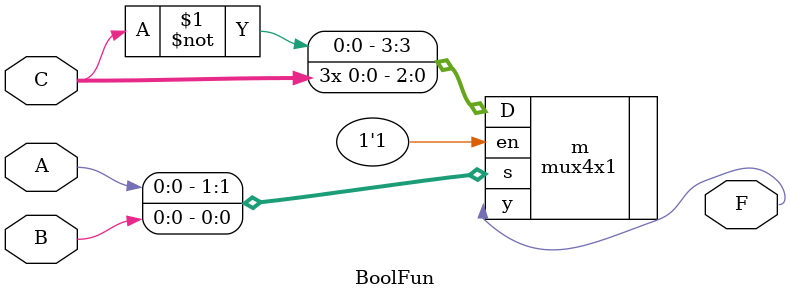
<source format=v>
`timescale 1ns / 1ps


module BoolFun(output F, input A,B,C);

    mux4x1 m(.y(F), .D({~C,C,C,C}), .s({A,B}), .en(1'b1));           // F(A,B,C) = m(1,3,5,6) Considering C as Data I/P and B,C as Select Lines
    
endmodule

</source>
